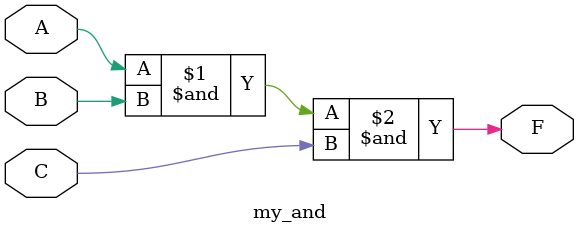
<source format=v>
module my_and(input wire A, B, C, output wire F);
	assign F = A & B & C;
endmodule
</source>
